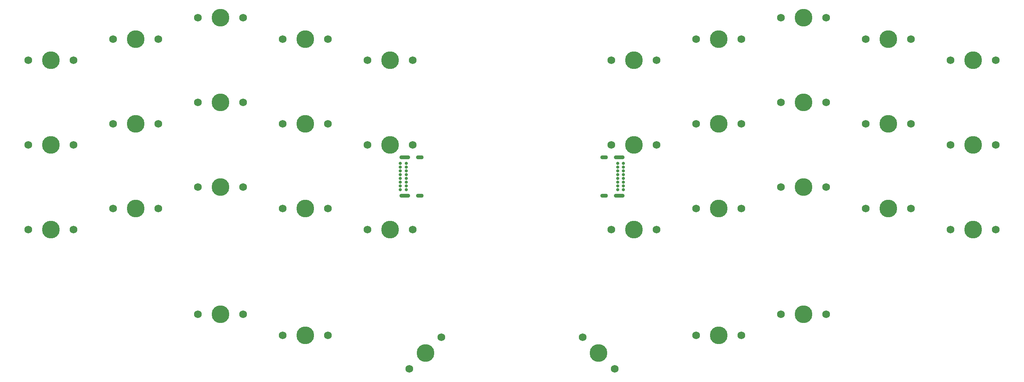
<source format=gts>
%TF.GenerationSoftware,KiCad,Pcbnew,(5.99.0-13276-g0b59246279)*%
%TF.CreationDate,2021-11-22T01:28:44-07:00*%
%TF.ProjectId,sui,7375692e-6b69-4636-9164-5f7063625858,1*%
%TF.SameCoordinates,Original*%
%TF.FileFunction,Soldermask,Top*%
%TF.FilePolarity,Negative*%
%FSLAX46Y46*%
G04 Gerber Fmt 4.6, Leading zero omitted, Abs format (unit mm)*
G04 Created by KiCad (PCBNEW (5.99.0-13276-g0b59246279)) date 2021-11-22 01:28:44*
%MOMM*%
%LPD*%
G01*
G04 APERTURE LIST*
%ADD10C,3.987800*%
%ADD11C,1.750000*%
%ADD12C,0.700000*%
%ADD13O,1.700000X0.900000*%
%ADD14O,2.400000X0.900000*%
G04 APERTURE END LIST*
D10*
%TO.C,MX13*%
X103981250Y-96837500D03*
D11*
X109061250Y-96837500D03*
X98901250Y-96837500D03*
%TD*%
D10*
%TO.C,MX30*%
X215900000Y-120650000D03*
D11*
X210820000Y-120650000D03*
X220980000Y-120650000D03*
%TD*%
%TO.C,MX34*%
X259080000Y-63500000D03*
X248920000Y-63500000D03*
D10*
X254000000Y-63500000D03*
%TD*%
D11*
%TO.C,MX15*%
X128111250Y-63500000D03*
X117951250Y-63500000D03*
D10*
X123031250Y-63500000D03*
%TD*%
D11*
%TO.C,MX11*%
X98901250Y-58737500D03*
D10*
X103981250Y-58737500D03*
D11*
X109061250Y-58737500D03*
%TD*%
%TO.C,MX29*%
X210820000Y-92075000D03*
D10*
X215900000Y-92075000D03*
D11*
X220980000Y-92075000D03*
%TD*%
%TO.C,MX2*%
X41751250Y-82550000D03*
D10*
X46831250Y-82550000D03*
D11*
X51911250Y-82550000D03*
%TD*%
%TO.C,MX18*%
X134560852Y-125789148D03*
D10*
X130968750Y-129381250D03*
D11*
X127376648Y-132973352D03*
%TD*%
%TO.C,MX7*%
X79851250Y-53975000D03*
X90011250Y-53975000D03*
D10*
X84931250Y-53975000D03*
%TD*%
D11*
%TO.C,MX8*%
X79851250Y-73025000D03*
D10*
X84931250Y-73025000D03*
D11*
X90011250Y-73025000D03*
%TD*%
D10*
%TO.C,MX28*%
X215900000Y-73025000D03*
D11*
X210820000Y-73025000D03*
X220980000Y-73025000D03*
%TD*%
%TO.C,MX36*%
X259080000Y-101600000D03*
D10*
X254000000Y-101600000D03*
D11*
X248920000Y-101600000D03*
%TD*%
%TO.C,MX1*%
X41751250Y-63500000D03*
X51911250Y-63500000D03*
D10*
X46831250Y-63500000D03*
%TD*%
D12*
%TO.C,J2*%
X175475000Y-86718750D03*
X175475000Y-87568750D03*
X175475000Y-88418750D03*
X175475000Y-89268750D03*
X175475000Y-90118750D03*
X175475000Y-90968750D03*
X175475000Y-91818750D03*
X175475000Y-92668750D03*
X174125000Y-92668750D03*
X174125000Y-91818750D03*
X174125000Y-90968750D03*
X174125000Y-90118750D03*
X174125000Y-89268750D03*
X174125000Y-88418750D03*
X174125000Y-87568750D03*
X174125000Y-86718750D03*
D13*
X171115000Y-85368750D03*
X171115000Y-94018750D03*
D14*
X174495000Y-85368750D03*
X174495000Y-94018750D03*
%TD*%
D10*
%TO.C,MX27*%
X215900000Y-53975000D03*
D11*
X210820000Y-53975000D03*
X220980000Y-53975000D03*
%TD*%
%TO.C,MX5*%
X70961250Y-77787500D03*
X60801250Y-77787500D03*
D10*
X65881250Y-77787500D03*
%TD*%
D11*
%TO.C,MX9*%
X79851250Y-92075000D03*
D10*
X84931250Y-92075000D03*
D11*
X90011250Y-92075000D03*
%TD*%
%TO.C,MX24*%
X191770000Y-77787500D03*
X201930000Y-77787500D03*
D10*
X196850000Y-77787500D03*
%TD*%
%TO.C,MX22*%
X169862500Y-129381250D03*
D11*
X166270398Y-125789148D03*
X173454602Y-132973352D03*
%TD*%
D10*
%TO.C,MX3*%
X46831250Y-101600000D03*
D11*
X41751250Y-101600000D03*
X51911250Y-101600000D03*
%TD*%
%TO.C,MX33*%
X240030000Y-96837500D03*
D10*
X234950000Y-96837500D03*
D11*
X229870000Y-96837500D03*
%TD*%
D10*
%TO.C,MX6*%
X65881250Y-96837500D03*
D11*
X70961250Y-96837500D03*
X60801250Y-96837500D03*
%TD*%
D10*
%TO.C,MX35*%
X254000000Y-82550000D03*
D11*
X248920000Y-82550000D03*
X259080000Y-82550000D03*
%TD*%
D10*
%TO.C,MX32*%
X234950000Y-77787500D03*
D11*
X240030000Y-77787500D03*
X229870000Y-77787500D03*
%TD*%
%TO.C,MX31*%
X229870000Y-58737500D03*
D10*
X234950000Y-58737500D03*
D11*
X240030000Y-58737500D03*
%TD*%
D10*
%TO.C,MX19*%
X177800000Y-63500000D03*
D11*
X182880000Y-63500000D03*
X172720000Y-63500000D03*
%TD*%
D10*
%TO.C,MX23*%
X196850000Y-58737500D03*
D11*
X201930000Y-58737500D03*
X191770000Y-58737500D03*
%TD*%
%TO.C,MX21*%
X182880000Y-101600000D03*
X172720000Y-101600000D03*
D10*
X177800000Y-101600000D03*
%TD*%
D12*
%TO.C,J1*%
X125356250Y-92668750D03*
X125356250Y-91818750D03*
X125356250Y-90968750D03*
X125356250Y-90118750D03*
X125356250Y-89268750D03*
X125356250Y-88418750D03*
X125356250Y-87568750D03*
X125356250Y-86718750D03*
X126706250Y-86718750D03*
X126706250Y-87568750D03*
X126706250Y-88418750D03*
X126706250Y-89268750D03*
X126706250Y-90118750D03*
X126706250Y-90968750D03*
X126706250Y-91818750D03*
X126706250Y-92668750D03*
D13*
X129716250Y-94018750D03*
X129716250Y-85368750D03*
D14*
X126336250Y-85368750D03*
X126336250Y-94018750D03*
%TD*%
D11*
%TO.C,MX14*%
X98901250Y-125412500D03*
D10*
X103981250Y-125412500D03*
D11*
X109061250Y-125412500D03*
%TD*%
D10*
%TO.C,MX12*%
X103981250Y-77787500D03*
D11*
X98901250Y-77787500D03*
X109061250Y-77787500D03*
%TD*%
%TO.C,MX16*%
X117951250Y-82550000D03*
X128111250Y-82550000D03*
D10*
X123031250Y-82550000D03*
%TD*%
D11*
%TO.C,MX25*%
X191770000Y-96837500D03*
D10*
X196850000Y-96837500D03*
D11*
X201930000Y-96837500D03*
%TD*%
D10*
%TO.C,MX10*%
X84931250Y-120650000D03*
D11*
X79851250Y-120650000D03*
X90011250Y-120650000D03*
%TD*%
%TO.C,MX4*%
X60801250Y-58737500D03*
D10*
X65881250Y-58737500D03*
D11*
X70961250Y-58737500D03*
%TD*%
D10*
%TO.C,MX20*%
X177800000Y-82550000D03*
D11*
X172720000Y-82550000D03*
X182880000Y-82550000D03*
%TD*%
%TO.C,MX26*%
X201930000Y-125412500D03*
X191770000Y-125412500D03*
D10*
X196850000Y-125412500D03*
%TD*%
%TO.C,MX17*%
X123031250Y-101600000D03*
D11*
X128111250Y-101600000D03*
X117951250Y-101600000D03*
%TD*%
M02*

</source>
